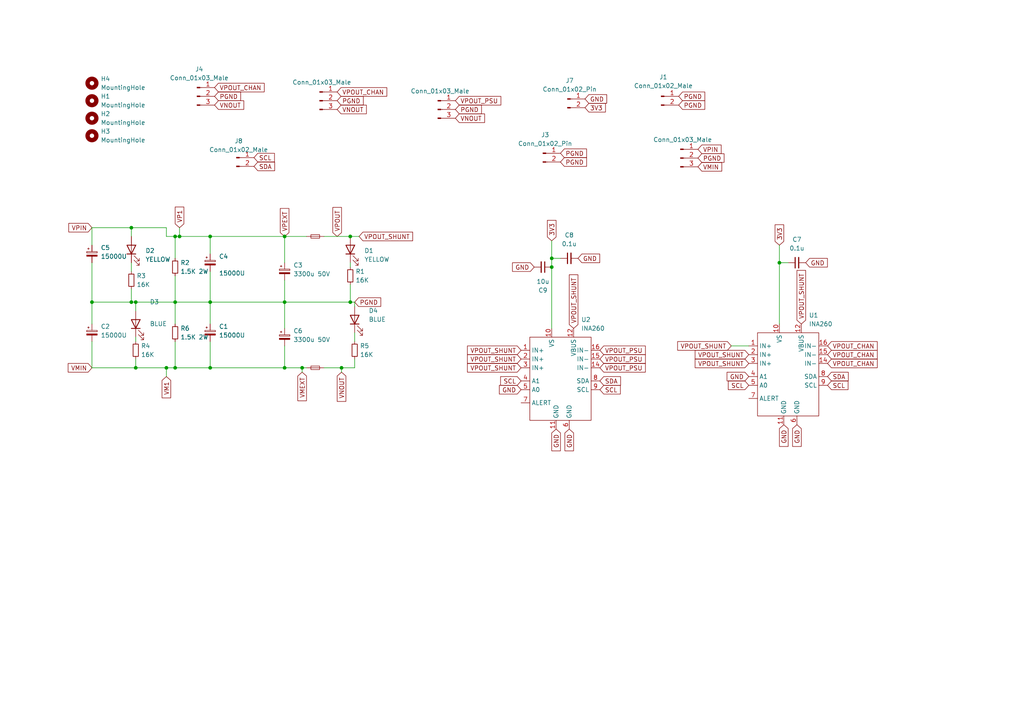
<source format=kicad_sch>
(kicad_sch (version 20231120) (generator "eeschema") (generator_version "8.0")
  (paper "A4")
  (lib_symbols
    (symbol "Connector:Conn_01x02_Male" (pin_names (offset 1.016) hide)
      (property "Reference" "J" (at 0 2.54 0))
      (property "Value" "Conn_01x02_Male" (at 0 -5.08 0))
      (symbol "Conn_01x02_Male_1_1"
        (polyline (pts (xy 1.27 -2.54) (xy 0.8636 -2.54)) (stroke (width 0.1524)))
        (polyline (pts (xy 1.27 0) (xy 0.8636 0)) (stroke (width 0.1524)))
        (rectangle (start 0.8636 -2.413) (end 0 -2.667) (stroke (width 0.1524)) (fill (type outline)))
        (rectangle (start 0.8636 0.127) (end 0 -0.127) (stroke (width 0.1524)) (fill (type outline)))
        (pin passive line (at 5.08 0 180) (length 3.81) (name "Pin_1") (number "1"))
        (pin passive line (at 5.08 -2.54 180) (length 3.81) (name "Pin_2") (number "2"))
      )
    )
    (symbol "Connector:Conn_01x02_Pin" (pin_names (offset 1.016) hide)
      (property "Reference" "J" (at 0 2.54 0))
      (property "Value" "Conn_01x02_Pin" (at 0 -5.08 0))
      (symbol "Conn_01x02_Pin_1_1"
        (polyline (pts (xy 1.27 -2.54) (xy 0.8636 -2.54)) (stroke (width 0.1524)))
        (polyline (pts (xy 1.27 0) (xy 0.8636 0)) (stroke (width 0.1524)))
        (rectangle (start 0.8636 -2.413) (end 0 -2.667) (stroke (width 0.1524)) (fill (type outline)))
        (rectangle (start 0.8636 0.127) (end 0 -0.127) (stroke (width 0.1524)) (fill (type outline)))
        (pin passive line (at 5.08 0 180) (length 3.81) (name "Pin_1") (number "1"))
        (pin passive line (at 5.08 -2.54 180) (length 3.81) (name "Pin_2") (number "2"))
      )
    )
    (symbol "Connector:Conn_01x03_Male" (pin_names (offset 1.016) hide)
      (property "Reference" "J" (at 0 5.08 0))
      (property "Value" "Conn_01x03_Male" (at 0 -5.08 0))
      (symbol "Conn_01x03_Male_1_1"
        (polyline (pts (xy 1.27 -2.54) (xy 0.8636 -2.54)) (stroke (width 0.1524)))
        (polyline (pts (xy 1.27 0) (xy 0.8636 0)) (stroke (width 0.1524)))
        (polyline (pts (xy 1.27 2.54) (xy 0.8636 2.54)) (stroke (width 0.1524)))
        (rectangle (start 0.8636 -2.413) (end 0 -2.667) (stroke (width 0.1524)) (fill (type outline)))
        (rectangle (start 0.8636 0.127) (end 0 -0.127) (stroke (width 0.1524)) (fill (type outline)))
        (rectangle (start 0.8636 2.667) (end 0 2.413) (stroke (width 0.1524)) (fill (type outline)))
        (pin passive line (at 5.08 2.54 180) (length 3.81) (name "Pin_1") (number "1"))
        (pin passive line (at 5.08 0 180) (length 3.81) (name "Pin_2") (number "2"))
        (pin passive line (at 5.08 -2.54 180) (length 3.81) (name "Pin_3") (number "3"))
      )
    )
    (symbol "Device:C_Polarized_Small" (pin_numbers hide) (pin_names (offset 0.254) hide)
      (property "Reference" "C" (at 0.254 1.778 0))
      (property "Value" "C_Polarized_Small" (at 0.254 -2.032 0))
      (symbol "C_Polarized_Small_0_1"
        (rectangle (start -1.524 -0.3048) (end 1.524 -0.6858) (fill (type outline)))
        (rectangle (start -1.524 0.6858) (end 1.524 0.3048))
        (polyline (pts (xy -1.27 1.524) (xy -0.762 1.524)))
        (polyline (pts (xy -1.016 1.27) (xy -1.016 1.778)))
      )
      (symbol "C_Polarized_Small_1_1"
        (pin passive line (at 0 2.54 270) (length 1.8542) (name "~") (number "1"))
        (pin passive line (at 0 -2.54 90) (length 1.8542) (name "~") (number "2"))
      )
    )
    (symbol "Device:C_Small" (pin_numbers hide) (pin_names (offset 0.254) hide)
      (property "Reference" "C" (at 0.254 1.778 0))
      (property "Value" "C_Small" (at 0.254 -2.032 0))
      (symbol "C_Small_0_1"
        (polyline (pts (xy -1.524 -0.508) (xy 1.524 -0.508)) (stroke (width 0.3302)))
        (polyline (pts (xy -1.524 0.508) (xy 1.524 0.508)) (stroke (width 0.3048)))
      )
      (symbol "C_Small_1_1"
        (pin passive line (at 0 2.54 270) (length 2.032) (name "~") (number "1"))
        (pin passive line (at 0 -2.54 90) (length 2.032) (name "~") (number "2"))
      )
    )
    (symbol "Device:Fuse_Small" (pin_numbers hide) (pin_names (offset 0.254) hide)
      (property "Reference" "F" (at 0 -1.524 0))
      (property "Value" "Fuse_Small" (at 0 1.524 0))
      (symbol "Fuse_Small_0_1"
        (rectangle (start -1.27 0.508) (end 1.27 -0.508))
        (polyline (pts (xy -1.27 0) (xy 1.27 0)))
      )
      (symbol "Fuse_Small_1_1"
        (pin passive line (at -2.54 0 0) (length 1.27) (name "~") (number "1"))
        (pin passive line (at 2.54 0 180) (length 1.27) (name "~") (number "2"))
      )
    )
    (symbol "Device:LED" (pin_numbers hide) (pin_names (offset 1.016) hide)
      (property "Reference" "D" (at 0 2.54 0))
      (property "Value" "LED" (at 0 -2.54 0))
      (symbol "LED_0_1"
        (polyline (pts (xy -1.27 -1.27) (xy -1.27 1.27)) (stroke (width 0.254)))
        (polyline (pts (xy -1.27 0) (xy 1.27 0)))
        (polyline (pts (xy 1.27 -1.27) (xy 1.27 1.27) (xy -1.27 0) (xy 1.27 -1.27)) (stroke (width 0.254)))
        (polyline (pts (xy -3.048 -0.762) (xy -4.572 -2.286) (xy -3.81 -2.286) (xy -4.572 -2.286) (xy -4.572 -1.524)))
        (polyline (pts (xy -1.778 -0.762) (xy -3.302 -2.286) (xy -2.54 -2.286) (xy -3.302 -2.286) (xy -3.302 -1.524)))
      )
      (symbol "LED_1_1"
        (pin passive line (at -3.81 0 0) (length 2.54) (name "K") (number "1"))
        (pin passive line (at 3.81 0 180) (length 2.54) (name "A") (number "2"))
      )
    )
    (symbol "Device:R_Small" (pin_numbers hide) (pin_names (offset 0.254) hide)
      (property "Reference" "R" (at 0.762 0.508 0))
      (property "Value" "R_Small" (at 0.762 -1.016 0))
      (symbol "R_Small_0_1"
        (rectangle (start -0.762 1.778) (end 0.762 -1.778) (stroke (width 0.2032)))
      )
      (symbol "R_Small_1_1"
        (pin passive line (at 0 2.54 270) (length 0.762) (name "~") (number "1"))
        (pin passive line (at 0 -2.54 90) (length 0.762) (name "~") (number "2"))
      )
    )
    (symbol "INA260_3"
      (property "Reference" "U" (at 0 0 0))
      (property "Value" "INA260" (at 7.112 6.858 0))
      (symbol "INA260_3_0_1"
        (rectangle (start -8.89 33.02) (end 8.89 8.89))
      )
      (symbol "INA260_3_1_1"
        (pin input line (at -11.43 29.21 0) (length 2.54) (name "IN+") (number "1"))
        (pin input line (at -2.54 35.56 270) (length 2.54) (name "VS") (number "10"))
        (pin input line (at -1.27 6.35 90) (length 2.54) (name "GND") (number "11"))
        (pin input line (at 3.81 35.56 270) (length 2.54) (name "VBUS") (number "12"))
        (pin input line (at 11.43 24.13 180) (length 2.54) (name "IN-") (number "14"))
        (pin input line (at 11.43 26.67 180) (length 2.54) (name "IN-") (number "15"))
        (pin input line (at 11.43 29.21 180) (length 2.54) (name "IN-") (number "16"))
        (pin input line (at -11.43 26.67 0) (length 2.54) (name "IN+") (number "2"))
        (pin input line (at -11.43 24.13 0) (length 2.54) (name "IN+") (number "3"))
        (pin input line (at -11.43 20.32 0) (length 2.54) (name "A1") (number "4"))
        (pin input line (at -11.43 17.78 0) (length 2.54) (name "A0") (number "5"))
        (pin input line (at 2.54 6.35 90) (length 2.54) (name "GND") (number "6"))
        (pin input line (at -11.43 13.97 0) (length 2.54) (name "ALERT") (number "7"))
        (pin input line (at 11.43 20.32 180) (length 2.54) (name "SDA") (number "8"))
        (pin input line (at 11.43 17.78 180) (length 2.54) (name "SCL") (number "9"))
      )
    )
    (symbol "Mechanical:MountingHole" (pin_names (offset 1.016))
      (property "Reference" "H" (at 0 5.08 0))
      (property "Value" "MountingHole" (at 0 3.175 0))
      (symbol "MountingHole_0_1"
        (circle (center 0 0) (radius 1.27) (stroke (width 1.27)))
      )
    )
  )
  (junction (at 82.55 106.68))
  (junction (at 101.6 68.58))
  (junction (at 38.1 87.63))
  (junction (at 38.1 66.04))
  (junction (at 50.8 68.58))
  (junction (at 39.37 87.63))
  (junction (at 160.02 74.93))
  (junction (at 39.37 106.68))
  (junction (at 60.96 106.68))
  (junction (at 226.06 76.2))
  (junction (at 160.02 77.47))
  (junction (at 50.8 87.63))
  (junction (at 52.07 68.58))
  (junction (at 60.96 68.58))
  (junction (at 26.67 87.63))
  (junction (at 82.55 68.58))
  (junction (at 82.55 87.63))
  (junction (at 87.63 106.68))
  (junction (at 60.96 87.63))
  (junction (at 48.26 106.68))
  (junction (at 101.6 87.63))
  (junction (at 50.8 106.68))
  (junction (at 99.06 106.68))
  (wire (pts (xy 26.67 87.63) (xy 38.1 87.63)))
  (wire (pts (xy 160.02 74.93) (xy 160.02 77.47)))
  (wire (pts (xy 82.55 87.63) (xy 82.55 95.25)))
  (wire (pts (xy 50.8 68.58) (xy 50.8 74.93)))
  (wire (pts (xy 60.96 87.63) (xy 82.55 87.63)))
  (wire (pts (xy 48.26 106.68) (xy 48.26 109.22)))
  (wire (pts (xy 26.67 66.04) (xy 26.67 71.12)))
  (wire (pts (xy 38.1 83.82) (xy 38.1 87.63)))
  (wire (pts (xy 39.37 106.68) (xy 48.26 106.68)))
  (wire (pts (xy 102.87 87.63) (xy 102.87 88.9)))
  (wire (pts (xy 226.06 76.2) (xy 226.06 93.98)))
  (wire (pts (xy 38.1 87.63) (xy 39.37 87.63)))
  (wire (pts (xy 38.1 68.58) (xy 38.1 66.04)))
  (wire (pts (xy 101.6 68.58) (xy 104.14 68.58)))
  (wire (pts (xy 39.37 97.79) (xy 39.37 99.06)))
  (wire (pts (xy 102.87 106.68) (xy 102.87 104.14)))
  (wire (pts (xy 226.06 71.12) (xy 226.06 76.2)))
  (wire (pts (xy 26.67 66.04) (xy 38.1 66.04)))
  (wire (pts (xy 102.87 96.52) (xy 102.87 99.06)))
  (wire (pts (xy 38.1 76.2) (xy 38.1 78.74)))
  (wire (pts (xy 52.07 68.58) (xy 60.96 68.58)))
  (wire (pts (xy 82.55 81.28) (xy 82.55 87.63)))
  (wire (pts (xy 60.96 106.68) (xy 82.55 106.68)))
  (wire (pts (xy 60.96 68.58) (xy 82.55 68.58)))
  (wire (pts (xy 87.63 106.68) (xy 88.9 106.68)))
  (wire (pts (xy 93.98 106.68) (xy 99.06 106.68)))
  (wire (pts (xy 26.67 106.68) (xy 39.37 106.68)))
  (wire (pts (xy 101.6 77.47) (xy 101.6 76.2)))
  (wire (pts (xy 82.55 87.63) (xy 101.6 87.63)))
  (wire (pts (xy 50.8 87.63) (xy 60.96 87.63)))
  (wire (pts (xy 50.8 99.06) (xy 50.8 106.68)))
  (wire (pts (xy 48.26 106.68) (xy 50.8 106.68)))
  (wire (pts (xy 101.6 87.63) (xy 102.87 87.63)))
  (wire (pts (xy 82.55 76.2) (xy 82.55 68.58)))
  (wire (pts (xy 226.06 76.2) (xy 228.6 76.2)))
  (wire (pts (xy 160.02 74.93) (xy 162.56 74.93)))
  (wire (pts (xy 60.96 87.63) (xy 60.96 93.98)))
  (wire (pts (xy 99.06 107.95) (xy 99.06 106.68)))
  (wire (pts (xy 93.98 68.58) (xy 101.6 68.58)))
  (wire (pts (xy 39.37 104.14) (xy 39.37 106.68)))
  (wire (pts (xy 50.8 80.01) (xy 50.8 87.63)))
  (wire (pts (xy 160.02 77.47) (xy 160.02 95.25)))
  (wire (pts (xy 26.67 87.63) (xy 26.67 93.98)))
  (wire (pts (xy 50.8 106.68) (xy 60.96 106.68)))
  (wire (pts (xy 160.02 69.85) (xy 160.02 74.93)))
  (wire (pts (xy 82.55 106.68) (xy 87.63 106.68)))
  (wire (pts (xy 48.26 66.04) (xy 48.26 68.58)))
  (wire (pts (xy 60.96 68.58) (xy 60.96 73.66)))
  (wire (pts (xy 212.09 100.33) (xy 217.17 100.33)))
  (wire (pts (xy 87.63 106.68) (xy 87.63 107.95)))
  (wire (pts (xy 82.55 100.33) (xy 82.55 106.68)))
  (wire (pts (xy 52.07 66.04) (xy 52.07 68.58)))
  (wire (pts (xy 38.1 66.04) (xy 48.26 66.04)))
  (wire (pts (xy 60.96 99.06) (xy 60.96 106.68)))
  (wire (pts (xy 60.96 78.74) (xy 60.96 87.63)))
  (wire (pts (xy 50.8 87.63) (xy 50.8 93.98)))
  (wire (pts (xy 82.55 68.58) (xy 88.9 68.58)))
  (wire (pts (xy 39.37 87.63) (xy 39.37 90.17)))
  (wire (pts (xy 50.8 68.58) (xy 52.07 68.58)))
  (wire (pts (xy 99.06 106.68) (xy 102.87 106.68)))
  (wire (pts (xy 26.67 99.06) (xy 26.67 106.68)))
  (wire (pts (xy 48.26 68.58) (xy 50.8 68.58)))
  (wire (pts (xy 101.6 82.55) (xy 101.6 87.63)))
  (wire (pts (xy 26.67 76.2) (xy 26.67 87.63)))
  (wire (pts (xy 39.37 87.63) (xy 50.8 87.63)))
  (global_label "VMEXT" (shape input) (at 87.63 107.95 270) (property "Intersheetrefs" "${INTERSHEET_REFS}" (effects (hide yes))))
  (global_label "VPOUT_CHAN" (shape input) (at 240.03 102.87 0) (property "Intersheetrefs" "${INTERSHEET_REFS}" (effects (hide yes))))
  (global_label "VMIN" (shape input) (at 26.67 106.68 180) (property "Intersheetrefs" "${INTERSHEET_REFS}" (effects (hide yes))))
  (global_label "PGND" (shape input) (at 196.85 27.94 0) (property "Intersheetrefs" "${INTERSHEET_REFS}" (effects (hide yes))))
  (global_label "VPOUT" (shape input) (at 97.79 68.58 90) (property "Intersheetrefs" "${INTERSHEET_REFS}" (effects (hide yes))))
  (global_label "VP1" (shape input) (at 52.07 66.04 90) (property "Intersheetrefs" "${INTERSHEET_REFS}" (effects (hide yes))))
  (global_label "SCL" (shape input) (at 73.66 45.72 0) (property "Intersheetrefs" "${INTERSHEET_REFS}" (effects (hide yes))))
  (global_label "GND" (shape input) (at 169.672 28.702 0) (property "Intersheetrefs" "${INTERSHEET_REFS}" (effects (hide yes))))
  (global_label "PGND" (shape input) (at 162.56 46.99 0) (property "Intersheetrefs" "${INTERSHEET_REFS}" (effects (hide yes))))
  (global_label "GND" (shape input) (at 217.17 109.22 180) (property "Intersheetrefs" "${INTERSHEET_REFS}" (effects (hide yes))))
  (global_label "GND" (shape input) (at 233.68 76.2 0) (property "Intersheetrefs" "${INTERSHEET_REFS}" (effects (hide yes))))
  (global_label "VPOUT_SHUNT" (shape input) (at 212.09 100.33 180) (property "Intersheetrefs" "${INTERSHEET_REFS}" (effects (hide yes))))
  (global_label "GND" (shape input) (at 165.1 124.46 270) (property "Intersheetrefs" "${INTERSHEET_REFS}" (effects (hide yes))))
  (global_label "VNOUT" (shape input) (at 99.06 107.95 270) (property "Intersheetrefs" "${INTERSHEET_REFS}" (effects (hide yes))))
  (global_label "3V3" (shape input) (at 169.672 31.242 0) (property "Intersheetrefs" "${INTERSHEET_REFS}" (effects (hide yes))))
  (global_label "VPOUT_PSU" (shape input) (at 173.99 104.14 0) (property "Intersheetrefs" "${INTERSHEET_REFS}" (effects (hide yes))))
  (global_label "VPOUT_SHUNT" (shape input) (at 151.13 104.14 180) (property "Intersheetrefs" "${INTERSHEET_REFS}" (effects (hide yes))))
  (global_label "VPEXT" (shape input) (at 82.55 68.58 90) (property "Intersheetrefs" "${INTERSHEET_REFS}" (effects (hide yes))))
  (global_label "VM1" (shape input) (at 48.26 109.22 270) (property "Intersheetrefs" "${INTERSHEET_REFS}" (effects (hide yes))))
  (global_label "3V3" (shape input) (at 160.02 69.85 90) (property "Intersheetrefs" "${INTERSHEET_REFS}" (effects (hide yes))))
  (global_label "GND" (shape input) (at 227.33 123.19 270) (property "Intersheetrefs" "${INTERSHEET_REFS}" (effects (hide yes))))
  (global_label "VPIN" (shape input) (at 202.438 43.307 0) (property "Intersheetrefs" "${INTERSHEET_REFS}" (effects (hide yes))))
  (global_label "VPOUT_SHUNT" (shape input) (at 232.41 93.98 90) (property "Intersheetrefs" "${INTERSHEET_REFS}" (effects (hide yes))))
  (global_label "VPIN" (shape input) (at 26.67 66.04 180) (property "Intersheetrefs" "${INTERSHEET_REFS}" (effects (hide yes))))
  (global_label "PGND" (shape input) (at 97.79 29.21 0) (property "Intersheetrefs" "${INTERSHEET_REFS}" (effects (hide yes))))
  (global_label "VMIN" (shape input) (at 202.438 48.387 0) (property "Intersheetrefs" "${INTERSHEET_REFS}" (effects (hide yes))))
  (global_label "SCL" (shape input) (at 217.17 111.76 180) (property "Intersheetrefs" "${INTERSHEET_REFS}" (effects (hide yes))))
  (global_label "VPOUT_CHAN" (shape input) (at 97.79 26.67 0) (property "Intersheetrefs" "${INTERSHEET_REFS}" (effects (hide yes))))
  (global_label "SDA" (shape input) (at 73.66 48.26 0) (property "Intersheetrefs" "${INTERSHEET_REFS}" (effects (hide yes))))
  (global_label "SCL" (shape input) (at 240.03 111.76 0) (property "Intersheetrefs" "${INTERSHEET_REFS}" (effects (hide yes))))
  (global_label "SCL" (shape input) (at 173.99 113.03 0) (property "Intersheetrefs" "${INTERSHEET_REFS}" (effects (hide yes))))
  (global_label "VPOUT_SHUNT" (shape input) (at 151.13 106.68 180) (property "Intersheetrefs" "${INTERSHEET_REFS}" (effects (hide yes))))
  (global_label "VPOUT_PSU" (shape input) (at 132.08 29.21 0) (property "Intersheetrefs" "${INTERSHEET_REFS}" (effects (hide yes))))
  (global_label "PGND" (shape input) (at 62.23 27.94 0) (property "Intersheetrefs" "${INTERSHEET_REFS}" (effects (hide yes))))
  (global_label "VNOUT" (shape input) (at 132.08 34.29 0) (property "Intersheetrefs" "${INTERSHEET_REFS}" (effects (hide yes))))
  (global_label "PGND" (shape input) (at 196.85 30.48 0) (property "Intersheetrefs" "${INTERSHEET_REFS}" (effects (hide yes))))
  (global_label "3V3" (shape input) (at 226.06 71.12 90) (property "Intersheetrefs" "${INTERSHEET_REFS}" (effects (hide yes))))
  (global_label "PGND" (shape input) (at 202.438 45.847 0) (property "Intersheetrefs" "${INTERSHEET_REFS}" (effects (hide yes))))
  (global_label "VPOUT_CHAN" (shape input) (at 62.23 25.4 0) (property "Intersheetrefs" "${INTERSHEET_REFS}" (effects (hide yes))))
  (global_label "VPOUT_CHAN" (shape input) (at 240.03 100.33 0) (property "Intersheetrefs" "${INTERSHEET_REFS}" (effects (hide yes))))
  (global_label "VPOUT_SHUNT" (shape input) (at 217.17 102.87 180) (property "Intersheetrefs" "${INTERSHEET_REFS}" (effects (hide yes))))
  (global_label "GND" (shape input) (at 231.14 123.19 270) (property "Intersheetrefs" "${INTERSHEET_REFS}" (effects (hide yes))))
  (global_label "VPOUT_PSU" (shape input) (at 173.99 106.68 0) (property "Intersheetrefs" "${INTERSHEET_REFS}" (effects (hide yes))))
  (global_label "VNOUT" (shape input) (at 62.23 30.48 0) (property "Intersheetrefs" "${INTERSHEET_REFS}" (effects (hide yes))))
  (global_label "PGND" (shape input) (at 132.08 31.75 0) (property "Intersheetrefs" "${INTERSHEET_REFS}" (effects (hide yes))))
  (global_label "VPOUT_PSU" (shape input) (at 173.99 101.6 0) (property "Intersheetrefs" "${INTERSHEET_REFS}" (effects (hide yes))))
  (global_label "GND" (shape input) (at 167.64 74.93 0) (property "Intersheetrefs" "${INTERSHEET_REFS}" (effects (hide yes))))
  (global_label "VNOUT" (shape input) (at 97.79 31.75 0) (property "Intersheetrefs" "${INTERSHEET_REFS}" (effects (hide yes))))
  (global_label "PGND" (shape input) (at 162.56 44.45 0) (property "Intersheetrefs" "${INTERSHEET_REFS}" (effects (hide yes))))
  (global_label "SDA" (shape input) (at 240.03 109.22 0) (property "Intersheetrefs" "${INTERSHEET_REFS}" (effects (hide yes))))
  (global_label "SCL" (shape input) (at 151.13 110.49 180) (property "Intersheetrefs" "${INTERSHEET_REFS}" (effects (hide yes))))
  (global_label "SDA" (shape input) (at 173.99 110.49 0) (property "Intersheetrefs" "${INTERSHEET_REFS}" (effects (hide yes))))
  (global_label "GND" (shape input) (at 161.29 124.46 270) (property "Intersheetrefs" "${INTERSHEET_REFS}" (effects (hide yes))))
  (global_label "PGND" (shape input) (at 102.87 87.63 0) (property "Intersheetrefs" "${INTERSHEET_REFS}" (effects (hide yes))))
  (global_label "VPOUT_CHAN" (shape input) (at 240.03 105.41 0) (property "Intersheetrefs" "${INTERSHEET_REFS}" (effects (hide yes))))
  (global_label "GND" (shape input) (at 151.13 113.03 180) (property "Intersheetrefs" "${INTERSHEET_REFS}" (effects (hide yes))))
  (global_label "VPOUT_SHUNT" (shape input) (at 151.13 101.6 180) (property "Intersheetrefs" "${INTERSHEET_REFS}" (effects (hide yes))))
  (global_label "GND" (shape input) (at 154.94 77.47 180) (property "Intersheetrefs" "${INTERSHEET_REFS}" (effects (hide yes))))
  (global_label "VPOUT_SHUNT" (shape input) (at 104.14 68.58 0) (property "Intersheetrefs" "${INTERSHEET_REFS}" (effects (hide yes))))
  (global_label "VPOUT_SHUNT" (shape input) (at 217.17 105.41 180) (property "Intersheetrefs" "${INTERSHEET_REFS}" (effects (hide yes))))
  (global_label "VPOUT_SHUNT" (shape input) (at 166.37 95.25 90) (property "Intersheetrefs" "${INTERSHEET_REFS}" (effects (hide yes))))
  (symbol (lib_id "Device:C_Polarized_Small") (at 60.96 96.52 0) (unit 1)
    (property "Reference" "C1" (at 63.5 94.7038 0) (effects (justify left)))
    (property "Value" "15000U" (at 63.5 97.2438 0) (effects (justify left)))
    (property "Footprint" "Capacitor_THT:CP_Radial_D30.0mm_P10.00mm_SnapIn" (effects (hide yes)))
  )
  (symbol (lib_id "Device:R_Small") (at 101.6 80.01 0) (unit 1)
    (property "Reference" "R1" (at 103.124 78.7399 0) (effects (justify left)))
    (property "Value" "16K" (at 103.124 81.2799 0) (effects (justify left)))
    (property "Footprint" "LED_SMD:LED_0603_1608Metric_Pad1.05x0.95mm_HandSolder" (effects (hide yes)))
    (property "Mouser" " 71-CRCW060316K0FKEAC " (effects (hide yes)))
  )
  (symbol (lib_id "Mechanical:MountingHole") (at 26.67 29.21 0) (unit 1)
    (property "Reference" "H1" (at 29.21 27.9399 0) (effects (justify left)))
    (property "Value" "MountingHole" (at 29.21 30.4799 0) (effects (justify left)))
    (property "Footprint" "MountingHole:MountingHole_3mm_Pad_TopOnly" (effects (hide yes)))
  )
  (symbol (lib_id "Mechanical:MountingHole") (at 26.67 24.13 0) (unit 1)
    (property "Reference" "H4" (at 29.21 22.8599 0) (effects (justify left)))
    (property "Value" "MountingHole" (at 29.21 25.3999 0) (effects (justify left)))
    (property "Footprint" "MountingHole:MountingHole_3mm_Pad_TopOnly" (effects (hide yes)))
  )
  (symbol (lib_id "Device:C_Polarized_Small") (at 26.67 73.66 0) (unit 1)
    (property "Reference" "C5" (at 29.21 71.8438 0) (effects (justify left)))
    (property "Value" "15000U" (at 29.21 74.3838 0) (effects (justify left)))
    (property "Footprint" "Capacitor_THT:CP_Radial_D30.0mm_P10.00mm_SnapIn" (effects (hide yes)))
  )
  (symbol (lib_id "Device:C_Polarized_Small") (at 26.67 96.52 0) (unit 1)
    (property "Reference" "C2" (at 29.21 94.7038 0) (effects (justify left)))
    (property "Value" "15000U" (at 29.21 97.2438 0) (effects (justify left)))
    (property "Footprint" "Capacitor_THT:CP_Radial_D30.0mm_P10.00mm_SnapIn" (effects (hide yes)))
  )
  (symbol (lib_id "Connector:Conn_01x02_Male") (at 191.77 27.94 0) (unit 1)
    (property "Reference" "J1" (at 192.405 22.352 0))
    (property "Value" "Conn_01x02_Male" (at 192.405 24.892 0))
    (property "Footprint" "Connector_JST:JST_VH_B2P-VH-B_1x02_P3.96mm_Vertical" (effects (hide yes)))
  )
  (symbol (lib_id "Connector:Conn_01x03_Male") (at 92.71 29.21 0) (unit 1)
    (property "Reference" "J5" (effects (hide yes)))
    (property "Value" "Conn_01x03_Male" (at 93.345 23.876 0))
    (property "Footprint" "Connector_JST:JST_VH_B3P-VH_1x03_P3.96mm_Vertical" (effects (hide yes)))
  )
  (symbol (lib_id "Connector:Conn_01x03_Male") (at 127 31.75 0) (unit 1)
    (property "Reference" "J6" (effects (hide yes)))
    (property "Value" "Conn_01x03_Male" (at 127.635 26.416 0))
    (property "Footprint" "Connector_JST:JST_VH_B3P-VH_1x03_P3.96mm_Vertical" (effects (hide yes)))
  )
  (symbol (lib_id "Device:C_Polarized_Small") (at 82.55 78.74 0) (unit 1)
    (property "Reference" "C3" (at 85.09 76.9238 0) (effects (justify left)))
    (property "Value" "3300u 50V" (at 85.09 79.4638 0) (effects (justify left)))
    (property "Footprint" "Capacitor_THT:CP_Radial_D18.0mm_P7.50mm" (effects (hide yes)))
  )
  (symbol (lib_id "Device:Fuse_Small") (at 91.44 106.68 0) (unit 1)
    (property "Reference" "F2" (effects (hide yes)))
    (property "Value" "Fuse_Small" (effects (hide yes)))
    (property "Footprint" "Custom:Aliexpress Fuse 5x20" (effects (hide yes)))
  )
  (symbol (lib_id "Connector:Conn_01x02_Pin") (at 157.48 44.45 0) (unit 1)
    (property "Reference" "J3" (at 158.115 39.116 0))
    (property "Value" "Conn_01x02_Pin" (at 158.115 41.656 0))
    (property "Footprint" "Connector_JST:JST_PH_B2B-PH-K_1x02_P2.00mm_Vertical" (effects (hide yes)))
  )
  (symbol (lib_name "INA260_3") (lib_id "Custom:INA260") (at 162.56 130.81 0) (unit 1)
    (property "Reference" "U2" (at 168.5641 92.71 0) (effects (justify left)))
    (property "Value" "INA260" (at 168.5641 95.25 0) (effects (justify left)))
    (property "Footprint" "Package_SO:TSSOP-16_4.4x5mm_P0.65mm" (effects (hide yes)))
    (property "Mouser" "595-INA260AIPWR" (effects (hide yes)))
  )
  (symbol (lib_id "Connector:Conn_01x03_Male") (at 197.358 45.847 0) (unit 1)
    (property "Reference" "J2" (effects (hide yes)))
    (property "Value" "Conn_01x03_Male" (at 197.993 40.513 0))
    (property "Footprint" "Connector_JST:JST_VH_B3P-VH_1x03_P3.96mm_Vertical" (effects (hide yes)))
  )
  (symbol (lib_id "Device:C_Polarized_Small") (at 82.55 97.79 0) (unit 1)
    (property "Reference" "C6" (at 85.09 95.9738 0) (effects (justify left)))
    (property "Value" "3300u 50V" (at 85.09 98.5138 0) (effects (justify left)))
    (property "Footprint" "Capacitor_THT:CP_Radial_D18.0mm_P7.50mm" (effects (hide yes)))
  )
  (symbol (lib_id "Device:R_Small") (at 102.87 101.6 0) (unit 1)
    (property "Reference" "R5" (at 104.394 100.3299 0) (effects (justify left)))
    (property "Value" "16K" (at 104.394 102.8699 0) (effects (justify left)))
    (property "Footprint" "LED_SMD:LED_0603_1608Metric_Pad1.05x0.95mm_HandSolder" (effects (hide yes)))
    (property "Mouser" " 71-CRCW060316K0FKEAC " (effects (hide yes)))
  )
  (symbol (lib_id "Device:C_Polarized_Small") (at 60.96 76.2 0) (unit 1)
    (property "Reference" "C4" (at 63.5 74.3838 0) (effects (justify left)))
    (property "Value" "15000U" (at 63.5 79.248 0) (effects (justify left)))
    (property "Footprint" "Capacitor_THT:CP_Radial_D30.0mm_P10.00mm_SnapIn" (effects (hide yes)))
  )
  (symbol (lib_name "INA260_3") (lib_id "Custom:INA260") (at 228.6 129.54 0) (unit 1)
    (property "Reference" "U1" (at 234.6041 91.44 0) (effects (justify left)))
    (property "Value" "INA260" (at 234.6041 93.98 0) (effects (justify left)))
    (property "Footprint" "Package_SO:TSSOP-16_4.4x5mm_P0.65mm" (effects (hide yes)))
    (property "Mouser" "595-INA260AIPWR" (effects (hide yes)))
  )
  (symbol (lib_id "Device:LED") (at 101.6 72.39 90) (unit 1)
    (property "Reference" "D1" (at 105.664 72.7074 90) (effects (justify right)))
    (property "Value" "YELLOW" (at 105.664 75.2474 90) (effects (justify right)))
    (property "Footprint" "LED_SMD:LED_0603_1608Metric_Pad1.05x0.95mm_HandSolder" (effects (hide yes)))
  )
  (symbol (lib_id "Device:R_Small") (at 50.8 77.47 0) (unit 1)
    (property "Reference" "R2" (at 52.324 76.1999 0) (effects (justify left)))
    (property "Value" "1.5K 2W" (at 52.324 78.7399 0) (effects (justify left)))
    (property "Footprint" "Resistor_SMD:R_2512_6332Metric_Pad1.40x3.35mm_HandSolder" (effects (hide yes)))
    (property "Mouser" "652-CRM2512JW152ELF" (effects (hide yes)))
  )
  (symbol (lib_id "Device:R_Small") (at 38.1 81.28 0) (unit 1)
    (property "Reference" "R3" (at 39.624 80.0099 0) (effects (justify left)))
    (property "Value" "16K" (at 39.624 82.5499 0) (effects (justify left)))
    (property "Footprint" "LED_SMD:LED_0603_1608Metric_Pad1.05x0.95mm_HandSolder" (effects (hide yes)))
    (property "Mouser" " 71-CRCW060316K0FKEAC " (effects (hide yes)))
  )
  (symbol (lib_id "Device:LED") (at 38.1 72.39 90) (unit 1)
    (property "Reference" "D2" (at 42.164 72.7074 90) (effects (justify right)))
    (property "Value" "YELLOW" (at 42.164 75.2474 90) (effects (justify right)))
    (property "Footprint" "LED_SMD:LED_0603_1608Metric_Pad1.05x0.95mm_HandSolder" (effects (hide yes)))
  )
  (symbol (lib_id "Device:C_Small") (at 157.48 77.47 270) (unit 1)
    (property "Reference" "C9" (at 157.4737 84.201 90))
    (property "Value" "10u" (at 157.4737 81.661 90))
    (property "Footprint" "Capacitor_SMD:C_1206_3216Metric_Pad1.33x1.80mm_HandSolder" (effects (hide yes)))
  )
  (symbol (lib_id "Connector:Conn_01x02_Pin") (at 164.592 28.702 0) (unit 1)
    (property "Reference" "J7" (at 165.227 23.368 0))
    (property "Value" "Conn_01x02_Pin" (at 165.227 25.908 0))
    (property "Footprint" "Connector_JST:JST_PH_B2B-PH-K_1x02_P2.00mm_Vertical" (effects (hide yes)))
  )
  (symbol (lib_id "Mechanical:MountingHole") (at 26.67 34.29 0) (unit 1)
    (property "Reference" "H2" (at 29.21 33.0199 0) (effects (justify left)))
    (property "Value" "MountingHole" (at 29.21 35.5599 0) (effects (justify left)))
    (property "Footprint" "MountingHole:MountingHole_3mm_Pad_TopOnly" (effects (hide yes)))
  )
  (symbol (lib_id "Device:C_Small") (at 165.1 74.93 90) (unit 1)
    (property "Reference" "C8" (at 165.1063 68.199 90))
    (property "Value" "0.1u" (at 165.1063 70.739 90))
    (property "Footprint" "Capacitor_SMD:C_0805_2012Metric_Pad1.18x1.45mm_HandSolder" (effects (hide yes)))
  )
  (symbol (lib_id "Connector:Conn_01x02_Male") (at 68.58 45.72 0) (unit 1)
    (property "Reference" "J8" (at 69.215 40.894 0))
    (property "Value" "Conn_01x02_Male" (at 69.215 43.434 0))
    (property "Footprint" "Connector_JST:JST_PH_B2B-PH-K_1x02_P2.00mm_Vertical" (effects (hide yes)))
  )
  (symbol (lib_id "Device:R_Small") (at 50.8 96.52 0) (unit 1)
    (property "Reference" "R6" (at 52.324 95.2499 0) (effects (justify left)))
    (property "Value" "1.5K 2W" (at 52.324 97.7899 0) (effects (justify left)))
    (property "Footprint" "Resistor_SMD:R_2512_6332Metric_Pad1.40x3.35mm_HandSolder" (effects (hide yes)))
    (property "Mouser" "652-CRM2512JW152ELF" (effects (hide yes)))
  )
  (symbol (lib_id "Mechanical:MountingHole") (at 26.67 39.37 0) (unit 1)
    (property "Reference" "H3" (at 29.21 38.0999 0) (effects (justify left)))
    (property "Value" "MountingHole" (at 29.21 40.6399 0) (effects (justify left)))
    (property "Footprint" "MountingHole:MountingHole_3mm_Pad_TopOnly" (effects (hide yes)))
  )
  (symbol (lib_id "Device:LED") (at 102.87 92.71 90) (unit 1)
    (property "Reference" "D4" (at 106.934 90.1064 90) (effects (justify right)))
    (property "Value" "BLUE" (at 106.934 92.6464 90) (effects (justify right)))
    (property "Footprint" "LED_SMD:LED_0603_1608Metric_Pad1.05x0.95mm_HandSolder" (effects (hide yes)))
  )
  (symbol (lib_id "Device:R_Small") (at 39.37 101.6 0) (unit 1)
    (property "Reference" "R4" (at 40.894 100.3299 0) (effects (justify left)))
    (property "Value" "16K" (at 40.894 102.8699 0) (effects (justify left)))
    (property "Footprint" "LED_SMD:LED_0603_1608Metric_Pad1.05x0.95mm_HandSolder" (effects (hide yes)))
    (property "Mouser" " 71-CRCW060316K0FKEAC " (effects (hide yes)))
  )
  (symbol (lib_id "Device:C_Small") (at 231.14 76.2 90) (unit 1)
    (property "Reference" "C7" (at 231.1463 69.469 90))
    (property "Value" "0.1u" (at 231.1463 72.009 90))
    (property "Footprint" "Capacitor_SMD:C_0805_2012Metric_Pad1.18x1.45mm_HandSolder" (effects (hide yes)))
  )
  (symbol (lib_id "Device:Fuse_Small") (at 91.44 68.58 0) (unit 1)
    (property "Reference" "F1" (effects (hide yes)))
    (property "Value" "Fuse_Small" (effects (hide yes)))
    (property "Footprint" "Custom:Aliexpress Fuse 5x20" (effects (hide yes)))
  )
  (symbol (lib_id "Connector:Conn_01x03_Male") (at 57.15 27.94 0) (unit 1)
    (property "Reference" "J4" (at 57.785 20.066 0))
    (property "Value" "Conn_01x03_Male" (at 57.785 22.606 0))
    (property "Footprint" "Connector_JST:JST_VH_B3P-VH_1x03_P3.96mm_Vertical" (effects (hide yes)))
  )
  (symbol (lib_id "Device:LED") (at 39.37 93.98 90) (unit 1)
    (property "Reference" "D3" (at 43.434 87.5664 90) (effects (justify right)))
    (property "Value" "BLUE" (at 43.434 93.9164 90) (effects (justify right)))
    (property "Footprint" "LED_SMD:LED_0603_1608Metric_Pad1.05x0.95mm_HandSolder" (effects (hide yes)))
  )
)
</source>
